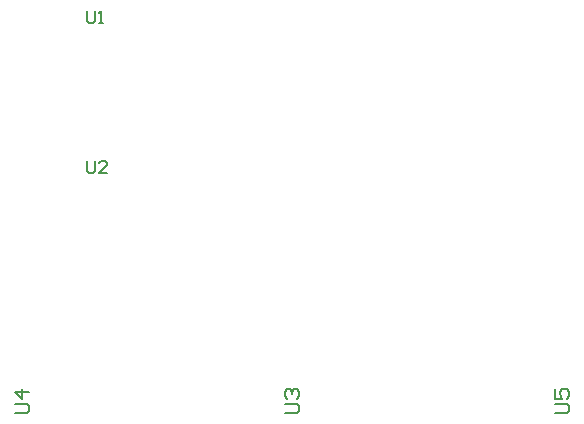
<source format=gm1>
G04*
G04 #@! TF.GenerationSoftware,Altium Limited,Altium Designer,24.2.2 (26)*
G04*
G04 Layer_Color=16711935*
%FSLAX44Y44*%
%MOMM*%
G71*
G04*
G04 #@! TF.SameCoordinates,B633CA84-50E2-4AB7-B583-E53219F5B88E*
G04*
G04*
G04 #@! TF.FilePolarity,Positive*
G04*
G01*
G75*
%ADD13C,0.1500*%
%ADD50C,0.1778*%
D13*
X977334Y839470D02*
X987331D01*
X989330Y841469D01*
Y845468D01*
X987331Y847467D01*
X977334D01*
Y859464D02*
Y851466D01*
X983332D01*
X981333Y855465D01*
Y857464D01*
X983332Y859464D01*
X987331D01*
X989330Y857464D01*
Y853465D01*
X987331Y851466D01*
X748734Y839470D02*
X758731D01*
X760730Y841469D01*
Y845468D01*
X758731Y847467D01*
X748734D01*
X750733Y851466D02*
X748734Y853465D01*
Y857464D01*
X750733Y859464D01*
X752733D01*
X754732Y857464D01*
Y855465D01*
Y857464D01*
X756731Y859464D01*
X758731D01*
X760730Y857464D01*
Y853465D01*
X758731Y851466D01*
X520134Y839470D02*
X530131D01*
X532130Y841469D01*
Y845468D01*
X530131Y847467D01*
X520134D01*
X532130Y857464D02*
X520134D01*
X526132Y851466D01*
Y859464D01*
D50*
X581660Y1052827D02*
Y1044363D01*
X583353Y1042670D01*
X586738D01*
X588431Y1044363D01*
Y1052827D01*
X598588Y1042670D02*
X591817D01*
X598588Y1049441D01*
Y1051134D01*
X596895Y1052827D01*
X593509D01*
X591817Y1051134D01*
X581660Y1179827D02*
Y1171363D01*
X583353Y1169670D01*
X586738D01*
X588431Y1171363D01*
Y1179827D01*
X591817Y1169670D02*
X595202D01*
X593509D01*
Y1179827D01*
X591817Y1178134D01*
M02*

</source>
